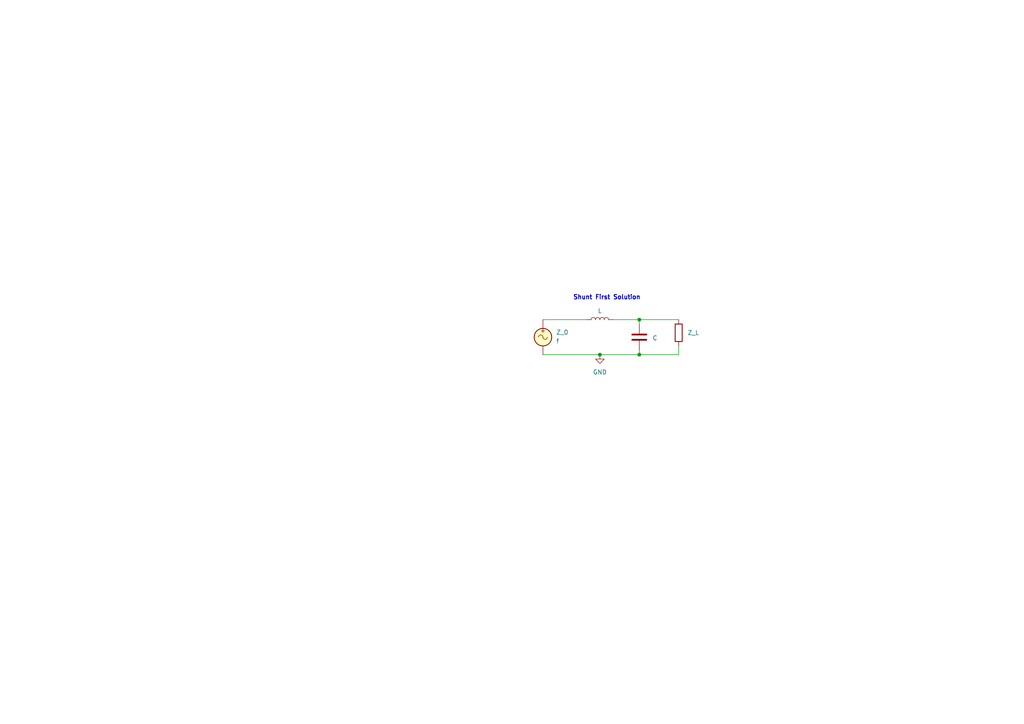
<source format=kicad_sch>
(kicad_sch (version 20250114) (generator "eeschema") (generator_version "9.0")
  (paper "A4")
  (lib_symbols
    (symbol "Device:C" (pin_numbers (hide yes)) (pin_names (offset 0.254))
      (property "Reference" "C" (at 0.635 2.54 0))
      (property "Value" "C" (at 0.635 -2.54 0))
      (symbol "C_0_1"
        (polyline (pts (xy -2.032 0.762) (xy 2.032 0.762)) (stroke (width 0.508)))
        (polyline (pts (xy -2.032 -0.762) (xy 2.032 -0.762)) (stroke (width 0.508)))
      )
      (symbol "C_1_1"
        (pin passive line (at 0 3.81 270) (length 2.794) (name "~") (number "1"))
        (pin passive line (at 0 -3.81 90) (length 2.794) (name "~") (number "2"))
      )
    )
    (symbol "Device:L" (pin_numbers (hide yes)) (pin_names (offset 1.016) (hide yes))
      (property "Reference" "L" (at -1.27 0 90))
      (property "Value" "L" (at 1.905 0 90))
      (symbol "L_0_1"
        (arc (start 0 2.54) (mid 0.6323 1.905) (end 0 1.27))
        (arc (start 0 1.27) (mid 0.6323 0.635) (end 0 0))
        (arc (start 0 0) (mid 0.6323 -0.635) (end 0 -1.27))
        (arc (start 0 -1.27) (mid 0.6323 -1.905) (end 0 -2.54))
      )
      (symbol "L_1_1"
        (pin passive line (at 0 3.81 270) (length 1.27) (name "1") (number "1"))
        (pin passive line (at 0 -3.81 90) (length 1.27) (name "2") (number "2"))
      )
    )
    (symbol "Device:R" (pin_numbers (hide yes)) (pin_names (offset 0))
      (property "Reference" "R" (at 2.032 0 90))
      (property "Value" "R" (at 0 0 90))
      (symbol "R_0_1"
        (rectangle (start -1.016 -2.54) (end 1.016 2.54) (stroke (width 0.254)))
      )
      (symbol "R_1_1"
        (pin passive line (at 0 3.81 270) (length 1.27) (name "~") (number "1"))
        (pin passive line (at 0 -3.81 90) (length 1.27) (name "~") (number "2"))
      )
    )
    (symbol "Simulation_SPICE:VSIN" (pin_numbers (hide yes)) (pin_names (offset 0.0254))
      (property "Reference" "V" (at 2.54 2.54 0))
      (property "Value" "VSIN" (at 2.54 0 0))
      (property "Sim.Params" "dc=0 ampl=1 f=1k ac=1" (at 2.54 -2.54 0))
      (symbol "VSIN_0_0"
        (arc (start -1.27 0) (mid -0.635 0.6323) (end 0 0))
        (arc (start 1.27 0) (mid 0.635 -0.6323) (end 0 0))
        (text "+" (at 0 1.905 0) (effects (font (size 1.27 1.27))))
      )
      (symbol "VSIN_0_1"
        (circle (center 0 0) (radius 2.54) (stroke (width 0.254)) (fill (type background)))
      )
      (symbol "VSIN_1_1"
        (pin passive line (at 0 5.08 270) (length 2.54) (name "~") (number "1"))
        (pin passive line (at 0 -5.08 90) (length 2.54) (name "~") (number "2"))
      )
    )
    (symbol "power:GND" (power) (pin_numbers (hide yes)) (pin_names (offset 0) (hide yes))
      (property "Value" "GND" (at 0 -3.81 0))
      (symbol "GND_0_1"
        (polyline (pts (xy 0 0) (xy 0 -1.27) (xy 1.27 -1.27) (xy 0 -2.54) (xy -1.27 -1.27) (xy 0 -1.27)))
      )
      (symbol "GND_1_1"
        (pin power_in line (at 0 0 270) (length 0) (name "~") (number "1"))
      )
    )
  )
  (text "Shunt First Solution" (at 176.022 86.36 0) (effects (font (size 1.27 1.27) (thickness 0.254) (bold yes))))
  (junction (at 173.99 102.87))
  (junction (at 185.42 102.87))
  (junction (at 185.42 92.71))
  (wire (pts (xy 185.42 101.6) (xy 185.42 102.87)))
  (wire (pts (xy 157.48 92.71) (xy 170.18 92.71)))
  (wire (pts (xy 177.8 92.71) (xy 185.42 92.71)))
  (wire (pts (xy 185.42 102.87) (xy 196.85 102.87)))
  (wire (pts (xy 157.48 102.87) (xy 173.99 102.87)))
  (wire (pts (xy 185.42 92.71) (xy 196.85 92.71)))
  (wire (pts (xy 173.99 102.87) (xy 185.42 102.87)))
  (wire (pts (xy 196.85 102.87) (xy 196.85 100.33)))
  (wire (pts (xy 185.42 93.98) (xy 185.42 92.71)))
  (symbol (lib_id "Device:C") (at 185.42 97.79 0) (unit 1)
    (property "Reference" "C1" (effects (hide yes)))
    (property "Value" "C" (at 189.23 98.044 0) (effects (justify left)))
    (property "Description" "Unpolarized capacitor" (effects (hide yes)))
  )
  (symbol (lib_id "power:GND") (at 173.99 102.87 0) (unit 1)
    (property "Reference" "#PWR01" (effects (hide yes)))
    (property "Value" "GND" (at 173.99 107.95 0))
    (property "Description" "Power symbol creates a global label with name \"GND\" , ground" (effects (hide yes)))
  )
  (symbol (lib_id "Device:L") (at 173.99 92.71 90) (unit 1)
    (property "Reference" "L1" (effects (hide yes)))
    (property "Value" "L" (at 173.99 90.17 90))
    (property "Description" "Inductor" (effects (hide yes)))
  )
  (symbol (lib_id "Device:R") (at 196.85 96.52 0) (unit 1)
    (property "Reference" "R1" (effects (hide yes)))
    (property "Value" "Z_L" (at 199.39 96.52 0) (effects (justify left)))
    (property "Description" "Resistor" (effects (hide yes)))
  )
  (symbol (lib_id "Simulation_SPICE:VSIN") (at 157.48 97.79 0) (unit 1)
    (property "Reference" "Z_0" (at 161.29 96.3901 0) (effects (justify left)))
    (property "Value" "f" (at 161.29 98.9301 0) (effects (justify left)))
    (property "Datasheet" "https://ngspice.sourceforge.io/docs/ngspice-html-manual/manual.xhtml#sec_Independent_Sources_for" (effects (hide yes)))
    (property "Description" "Voltage source, sinusoidal" (effects (hide yes)))
    (property "Sim.Pins" "1=+ 2=-" (effects (hide yes)))
    (property "Sim.Params" "dc=0 ampl=1 f=1k ac=1" (effects (hide yes)))
    (property "Sim.Type" "SIN" (effects (hide yes)))
    (property "Sim.Device" "V" (effects (hide yes)))
  )
)
</source>
